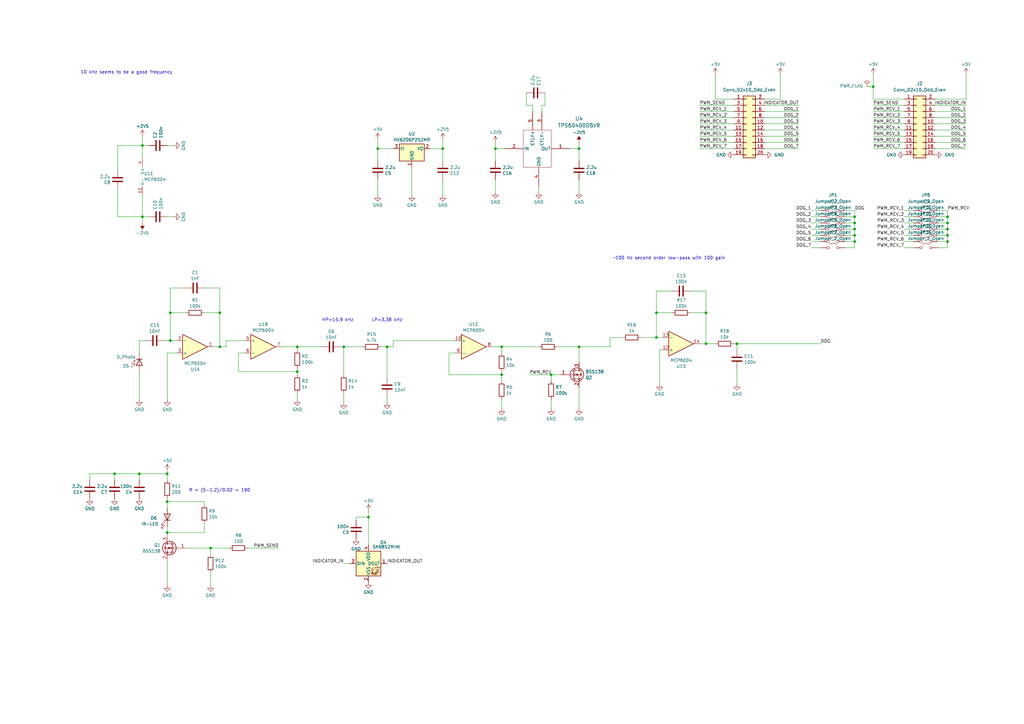
<source format=kicad_sch>
(kicad_sch (version 20231120) (generator "eeschema") (generator_version "8.0")
  (paper "A3")
  (title_block (date "2024-01-23") (rev "A1"))
  (lib_symbols
    (symbol "Amplifier_Operational:MCP6004" (pin_names (offset 0.127))
      (property "Reference" "U" (at 0 5.08 0))
      (property "Value" "MCP6004" (at 0 -5.08 0))
      (symbol "MCP6004_1_1"
        (pin output line (at 7.62 0 180) (length 2.54) (name "~") (number "1"))
        (pin input line (at -7.62 -2.54 0) (length 2.54) (name "-") (number "2"))
        (pin input line (at -7.62 2.54 0) (length 2.54) (name "+") (number "3"))
      )
      (symbol "MCP6004_2_1"
        (pin input line (at -7.62 2.54 0) (length 2.54) (name "+") (number "5"))
        (pin input line (at -7.62 -2.54 0) (length 2.54) (name "-") (number "6"))
        (pin output line (at 7.62 0 180) (length 2.54) (name "~") (number "7"))
      )
      (symbol "MCP6004_3_1"
        (pin input line (at -7.62 2.54 0) (length 2.54) (name "+") (number "10"))
        (pin output line (at 7.62 0 180) (length 2.54) (name "~") (number "8"))
        (pin input line (at -7.62 -2.54 0) (length 2.54) (name "-") (number "9"))
      )
      (symbol "MCP6004_4_1"
        (pin input line (at -7.62 2.54 0) (length 2.54) (name "+") (number "12"))
        (pin input line (at -7.62 -2.54 0) (length 2.54) (name "-") (number "13"))
        (pin output line (at 7.62 0 180) (length 2.54) (name "~") (number "14"))
      )
      (symbol "MCP6004_5_1"
        (pin power_in line (at -2.54 -7.62 90) (length 3.81) (name "V-") (number "11"))
        (pin power_in line (at -2.54 7.62 270) (length 3.81) (name "V+") (number "4"))
      )
    )
    (symbol "Connector_Generic:Conn_02x10_Odd_Even" (pin_names (offset 1.016) hide)
      (property "Reference" "J" (at 1.27 12.7 0))
      (property "Value" "Conn_02x10_Odd_Even" (at 1.27 -15.24 0))
      (symbol "Conn_02x10_Odd_Even_1_1"
        (pin passive line (at -5.08 10.16 0) (length 3.81) (name "Pin_1") (number "1"))
        (pin passive line (at 7.62 0 180) (length 3.81) (name "Pin_10") (number "10"))
        (pin passive line (at -5.08 -2.54 0) (length 3.81) (name "Pin_11") (number "11"))
        (pin passive line (at 7.62 -2.54 180) (length 3.81) (name "Pin_12") (number "12"))
        (pin passive line (at -5.08 -5.08 0) (length 3.81) (name "Pin_13") (number "13"))
        (pin passive line (at 7.62 -5.08 180) (length 3.81) (name "Pin_14") (number "14"))
        (pin passive line (at -5.08 -7.62 0) (length 3.81) (name "Pin_15") (number "15"))
        (pin passive line (at 7.62 -7.62 180) (length 3.81) (name "Pin_16") (number "16"))
        (pin passive line (at -5.08 -10.16 0) (length 3.81) (name "Pin_17") (number "17"))
        (pin passive line (at 7.62 -10.16 180) (length 3.81) (name "Pin_18") (number "18"))
        (pin passive line (at -5.08 -12.7 0) (length 3.81) (name "Pin_19") (number "19"))
        (pin passive line (at 7.62 10.16 180) (length 3.81) (name "Pin_2") (number "2"))
        (pin passive line (at 7.62 -12.7 180) (length 3.81) (name "Pin_20") (number "20"))
        (pin passive line (at -5.08 7.62 0) (length 3.81) (name "Pin_3") (number "3"))
        (pin passive line (at 7.62 7.62 180) (length 3.81) (name "Pin_4") (number "4"))
        (pin passive line (at -5.08 5.08 0) (length 3.81) (name "Pin_5") (number "5"))
        (pin passive line (at 7.62 5.08 180) (length 3.81) (name "Pin_6") (number "6"))
        (pin passive line (at -5.08 2.54 0) (length 3.81) (name "Pin_7") (number "7"))
        (pin passive line (at 7.62 2.54 180) (length 3.81) (name "Pin_8") (number "8"))
        (pin passive line (at -5.08 0 0) (length 3.81) (name "Pin_9") (number "9"))
      )
    )
    (symbol "Devent:TPS60400DBVR" (pin_names (offset 0.254))
      (property "Reference" "U" (at 13.97 8.89 0))
      (property "Value" "TPS60400DBVR" (at 13.97 6.35 0))
      (symbol "TPS60400DBVR_1_1"
        (pin power_out line (at 26.67 -2.54 180) (length 7.62) (name "OUT") (number "1"))
        (pin power_in line (at 0 -2.54 0) (length 7.62) (name "IN") (number "2"))
        (pin passive line (at 15.24 12.7 270) (length 7.62) (name "CFLY-") (number "3"))
        (pin power_in line (at 13.97 -17.78 90) (length 7.62) (name "GND") (number "4"))
        (pin passive line (at 11.43 12.7 270) (length 7.62) (name "CFLY+") (number "5"))
      )
    )
    (symbol "Device:C" (pin_numbers hide) (pin_names (offset 0.254))
      (property "Reference" "C" (at 0.635 2.54 0))
      (property "Value" "C" (at 0.635 -2.54 0))
      (symbol "C_1_1"
        (pin passive line (at 0 3.81 270) (length 2.794) (name "~") (number "1"))
        (pin passive line (at 0 -3.81 90) (length 2.794) (name "~") (number "2"))
      )
    )
    (symbol "Device:D_Photo" (pin_numbers hide) (pin_names hide)
      (property "Reference" "D" (at 0.508 1.778 0))
      (property "Value" "D_Photo" (at -1.016 -2.794 0))
      (symbol "D_Photo_1_1"
        (pin passive line (at -5.08 0 0) (length 2.54) (name "K") (number "1"))
        (pin passive line (at 2.54 0 180) (length 2.54) (name "A") (number "2"))
      )
    )
    (symbol "Device:LED" (pin_numbers hide) (pin_names (offset 1.016) hide)
      (property "Reference" "D" (at 0 2.54 0))
      (property "Value" "LED" (at 0 -2.54 0))
      (symbol "LED_1_1"
        (pin passive line (at -3.81 0 0) (length 2.54) (name "K") (number "1"))
        (pin passive line (at 3.81 0 180) (length 2.54) (name "A") (number "2"))
      )
    )
    (symbol "Device:R" (pin_numbers hide) (pin_names (offset 0))
      (property "Reference" "R" (at 2.032 0 90))
      (property "Value" "R" (at 0 0 90))
      (symbol "R_1_1"
        (pin passive line (at 0 3.81 270) (length 1.27) (name "~") (number "1"))
        (pin passive line (at 0 -3.81 90) (length 1.27) (name "~") (number "2"))
      )
    )
    (symbol "Jumper:Jumper_2_Open" (pin_numbers hide) (pin_names (offset 0) hide) (exclude_from_sim yes)
      (property "Reference" "JP" (at 0 2.794 0))
      (property "Value" "Jumper_2_Open" (at 0 -2.286 0))
      (symbol "Jumper_2_Open_1_1"
        (pin passive line (at -5.08 0 0) (length 2.54) (name "A") (number "1"))
        (pin passive line (at 5.08 0 180) (length 2.54) (name "B") (number "2"))
      )
    )
    (symbol "LED:SK6812MINI" (pin_names (offset 0.254))
      (property "Reference" "D" (at 5.08 5.715 0))
      (property "Value" "SK6812MINI" (at 1.27 -5.715 0))
      (symbol "SK6812MINI_0_0"
        (text "RGB" (at 2.286 -4.191 0) (effects (font (size 0.762 0.762))))
      )
      (symbol "SK6812MINI_1_1"
        (pin output line (at 7.62 0 180) (length 2.54) (name "DOUT") (number "1"))
        (pin power_in line (at 0 -7.62 90) (length 2.54) (name "VSS") (number "2"))
        (pin input line (at -7.62 0 0) (length 2.54) (name "DIN") (number "3"))
        (pin power_in line (at 0 7.62 270) (length 2.54) (name "VDD") (number "4"))
      )
    )
    (symbol "Regulator_Linear:XC6206PxxxMR" (pin_names (offset 0.254))
      (property "Reference" "U" (at -3.81 3.175 0))
      (property "Value" "XC6206PxxxMR" (at 0 3.175 0))
      (symbol "XC6206PxxxMR_1_1"
        (pin power_in line (at 0 -7.62 90) (length 2.54) (name "GND") (number "1"))
        (pin power_out line (at 7.62 0 180) (length 2.54) (name "VO") (number "2"))
        (pin power_in line (at -7.62 0 0) (length 2.54) (name "VI") (number "3"))
      )
    )
    (symbol "Transistor_FET:BSS138" (pin_names hide)
      (property "Reference" "Q" (at 5.08 1.905 0))
      (property "Value" "BSS138" (at 5.08 0 0))
      (symbol "BSS138_1_1"
        (pin input line (at -5.08 0 0) (length 2.54) (name "G") (number "1"))
        (pin passive line (at 2.54 -5.08 90) (length 2.54) (name "S") (number "2"))
        (pin passive line (at 2.54 5.08 270) (length 2.54) (name "D") (number "3"))
      )
    )
    (symbol "power:+2V5" (power) (pin_names (offset 0))
      (property "Value" "+2V5" (at 0 3.556 0))
      (symbol "+2V5_1_1"
        (pin power_in line (at 0 0 90) (length 0) hide (name "+2V5") (number "1"))
      )
    )
    (symbol "power:+5V" (power) (pin_names (offset 0))
      (property "Value" "+5V" (at 0 3.556 0))
      (symbol "+5V_1_1"
        (pin power_in line (at 0 0 90) (length 0) hide (name "+5V") (number "1"))
      )
    )
    (symbol "power:-2V5" (power) (pin_names (offset 0))
      (property "Value" "-2V5" (at 0 3.81 0))
      (symbol "-2V5_0_0"
        (pin power_in line (at 0 0 90) (length 0) hide (name "-2V5") (number "1"))
      )
    )
    (symbol "power:GND" (power) (pin_names (offset 0))
      (property "Value" "GND" (at 0 -3.81 0))
      (symbol "GND_1_1"
        (pin power_in line (at 0 0 270) (length 0) hide (name "GND") (number "1"))
      )
    )
    (symbol "power:PWR_FLAG" (power) (pin_numbers hide) (pin_names (offset 0) hide)
      (property "Value" "PWR_FLAG" (at 0 3.81 0))
      (symbol "PWR_FLAG_0_0"
        (pin power_out line (at 0 0 90) (length 0) (name "pwr") (number "1"))
      )
    )
  )
  (junction (at 90.17 128.27))
  (junction (at 226.06 153.67))
  (junction (at 203.2 60.96))
  (junction (at 46.99 194.31))
  (junction (at 58.42 88.9))
  (junction (at 69.85 139.7))
  (junction (at 57.15 194.31))
  (junction (at 58.42 59.69))
  (junction (at 237.49 142.24))
  (junction (at 388.62 96.52))
  (junction (at 350.52 99.06))
  (junction (at 205.74 153.67))
  (junction (at 350.52 96.52))
  (junction (at 388.62 93.98))
  (junction (at 154.94 60.96))
  (junction (at 90.17 142.24))
  (junction (at 121.92 152.4))
  (junction (at 388.62 91.44))
  (junction (at 68.58 218.44))
  (junction (at 289.56 128.27))
  (junction (at 350.52 88.9))
  (junction (at 388.62 99.06))
  (junction (at 350.52 93.98))
  (junction (at 69.85 128.27))
  (junction (at 140.97 142.24))
  (junction (at 205.74 142.24))
  (junction (at 388.62 88.9))
  (junction (at 358.14 35.56))
  (junction (at 350.52 91.44))
  (junction (at 181.61 60.96))
  (junction (at 269.24 138.43))
  (junction (at 237.49 60.96))
  (junction (at 302.26 140.97))
  (junction (at 68.58 205.74))
  (junction (at 158.75 142.24))
  (junction (at 121.92 142.24))
  (junction (at 151.13 212.09))
  (junction (at 269.24 128.27))
  (junction (at 68.58 194.31))
  (junction (at 289.56 140.97))
  (junction (at 86.36 224.79))
  (wire (pts (xy 383.54 53.34) (xy 396.24 53.34)))
  (wire (pts (xy 176.53 60.96) (xy 181.61 60.96)))
  (wire (pts (xy 384.81 101.6) (xy 388.62 101.6)))
  (wire (pts (xy 287.02 45.72) (xy 300.99 45.72)))
  (wire (pts (xy 388.62 91.44) (xy 388.62 88.9)))
  (wire (pts (xy 161.29 60.96) (xy 154.94 60.96)))
  (wire (pts (xy 68.58 208.28) (xy 68.58 205.74)))
  (wire (pts (xy 92.71 139.7) (xy 100.33 139.7)))
  (wire (pts (xy 181.61 60.96) (xy 181.61 66.04)))
  (wire (pts (xy 237.49 60.96) (xy 237.49 66.04)))
  (wire (pts (xy 332.74 99.06) (xy 336.55 99.06)))
  (wire (pts (xy 237.49 158.75) (xy 237.49 167.64)))
  (wire (pts (xy 58.42 55.88) (xy 58.42 59.69)))
  (wire (pts (xy 68.58 59.69) (xy 71.12 59.69)))
  (wire (pts (xy 90.17 128.27) (xy 90.17 142.24)))
  (wire (pts (xy 83.82 128.27) (xy 90.17 128.27)))
  (wire (pts (xy 57.15 139.7) (xy 57.15 144.78)))
  (wire (pts (xy 215.9 38.1) (xy 215.9 43.18)))
  (wire (pts (xy 158.75 162.56) (xy 158.75 165.1)))
  (wire (pts (xy 332.74 91.44) (xy 336.55 91.44)))
  (wire (pts (xy 287.02 53.34) (xy 300.99 53.34)))
  (wire (pts (xy 313.69 40.64) (xy 320.04 40.64)))
  (wire (pts (xy 205.74 153.67) (xy 205.74 156.21)))
  (wire (pts (xy 205.74 142.24) (xy 220.98 142.24)))
  (wire (pts (xy 186.69 144.78) (xy 184.15 144.78)))
  (wire (pts (xy 332.74 93.98) (xy 336.55 93.98)))
  (wire (pts (xy 289.56 119.38) (xy 289.56 128.27)))
  (wire (pts (xy 97.79 152.4) (xy 121.92 152.4)))
  (wire (pts (xy 69.85 139.7) (xy 69.85 128.27)))
  (wire (pts (xy 121.92 151.13) (xy 121.92 152.4)))
  (wire (pts (xy 250.19 142.24) (xy 250.19 138.43)))
  (wire (pts (xy 358.14 53.34) (xy 370.84 53.34)))
  (wire (pts (xy 313.69 48.26) (xy 327.66 48.26)))
  (wire (pts (xy 158.75 142.24) (xy 158.75 154.94)))
  (wire (pts (xy 146.05 212.09) (xy 151.13 212.09)))
  (wire (pts (xy 161.29 139.7) (xy 161.29 142.24)))
  (wire (pts (xy 358.14 55.88) (xy 370.84 55.88)))
  (wire (pts (xy 86.36 224.79) (xy 86.36 227.33)))
  (wire (pts (xy 90.17 142.24) (xy 87.63 142.24)))
  (wire (pts (xy 68.58 218.44) (xy 68.58 219.71)))
  (wire (pts (xy 58.42 59.69) (xy 60.96 59.69)))
  (wire (pts (xy 203.2 60.96) (xy 203.2 66.04)))
  (wire (pts (xy 68.58 205.74) (xy 83.82 205.74)))
  (wire (pts (xy 218.44 43.18) (xy 215.9 43.18)))
  (wire (pts (xy 346.71 93.98) (xy 350.52 93.98)))
  (wire (pts (xy 358.14 45.72) (xy 370.84 45.72)))
  (wire (pts (xy 396.24 40.64) (xy 396.24 30.48)))
  (wire (pts (xy 223.52 38.1) (xy 223.52 43.18)))
  (wire (pts (xy 181.61 80.01) (xy 181.61 73.66)))
  (wire (pts (xy 218.44 45.72) (xy 218.44 43.18)))
  (wire (pts (xy 226.06 163.83) (xy 226.06 167.64)))
  (wire (pts (xy 269.24 138.43) (xy 271.78 138.43)))
  (wire (pts (xy 233.68 60.96) (xy 237.49 60.96)))
  (wire (pts (xy 69.85 128.27) (xy 76.2 128.27)))
  (wire (pts (xy 237.49 142.24) (xy 237.49 148.59)))
  (wire (pts (xy 148.59 142.24) (xy 140.97 142.24)))
  (wire (pts (xy 384.81 91.44) (xy 388.62 91.44)))
  (wire (pts (xy 201.93 142.24) (xy 205.74 142.24)))
  (wire (pts (xy 207.01 60.96) (xy 203.2 60.96)))
  (wire (pts (xy 289.56 128.27) (xy 289.56 140.97)))
  (wire (pts (xy 226.06 153.67) (xy 229.87 153.67)))
  (wire (pts (xy 388.62 99.06) (xy 388.62 96.52)))
  (wire (pts (xy 68.58 229.87) (xy 68.58 240.03)))
  (wire (pts (xy 383.54 40.64) (xy 396.24 40.64)))
  (wire (pts (xy 346.71 101.6) (xy 350.52 101.6)))
  (wire (pts (xy 57.15 139.7) (xy 59.69 139.7)))
  (wire (pts (xy 151.13 209.55) (xy 151.13 212.09)))
  (wire (pts (xy 76.2 224.79) (xy 86.36 224.79)))
  (wire (pts (xy 57.15 152.4) (xy 57.15 163.83)))
  (wire (pts (xy 222.25 43.18) (xy 223.52 43.18)))
  (wire (pts (xy 121.92 163.83) (xy 121.92 161.29)))
  (wire (pts (xy 388.62 96.52) (xy 388.62 93.98)))
  (wire (pts (xy 154.94 60.96) (xy 154.94 57.15)))
  (wire (pts (xy 287.02 60.96) (xy 300.99 60.96)))
  (wire (pts (xy 313.69 60.96) (xy 327.66 60.96)))
  (wire (pts (xy 237.49 60.96) (xy 237.49 58.42)))
  (wire (pts (xy 90.17 118.11) (xy 90.17 128.27)))
  (wire (pts (xy 228.6 142.24) (xy 237.49 142.24)))
  (wire (pts (xy 289.56 140.97) (xy 287.02 140.97)))
  (wire (pts (xy 370.84 43.18) (xy 358.14 43.18)))
  (wire (pts (xy 68.58 88.9) (xy 71.12 88.9)))
  (wire (pts (xy 346.71 96.52) (xy 350.52 96.52)))
  (wire (pts (xy 83.82 207.01) (xy 83.82 205.74)))
  (wire (pts (xy 90.17 142.24) (xy 92.71 142.24)))
  (wire (pts (xy 269.24 128.27) (xy 269.24 138.43)))
  (wire (pts (xy 358.14 35.56) (xy 358.14 40.64)))
  (wire (pts (xy 383.54 43.18) (xy 396.24 43.18)))
  (wire (pts (xy 57.15 194.31) (xy 46.99 194.31)))
  (wire (pts (xy 121.92 142.24) (xy 132.08 142.24)))
  (wire (pts (xy 121.92 142.24) (xy 121.92 143.51)))
  (wire (pts (xy 269.24 128.27) (xy 275.59 128.27)))
  (wire (pts (xy 350.52 86.36) (xy 346.71 86.36)))
  (wire (pts (xy 46.99 194.31) (xy 46.99 196.85)))
  (wire (pts (xy 350.52 88.9) (xy 350.52 86.36)))
  (wire (pts (xy 313.69 55.88) (xy 327.66 55.88)))
  (wire (pts (xy 262.89 138.43) (xy 269.24 138.43)))
  (wire (pts (xy 287.02 58.42) (xy 300.99 58.42)))
  (wire (pts (xy 293.37 40.64) (xy 300.99 40.64)))
  (wire (pts (xy 48.26 59.69) (xy 48.26 69.85)))
  (wire (pts (xy 58.42 59.69) (xy 58.42 64.77)))
  (wire (pts (xy 48.26 77.47) (xy 48.26 88.9)))
  (wire (pts (xy 97.79 144.78) (xy 97.79 152.4)))
  (wire (pts (xy 271.78 143.51) (xy 270.51 143.51)))
  (wire (pts (xy 86.36 234.95) (xy 86.36 240.03)))
  (wire (pts (xy 383.54 60.96) (xy 396.24 60.96)))
  (wire (pts (xy 154.94 60.96) (xy 154.94 66.04)))
  (wire (pts (xy 151.13 212.09) (xy 151.13 223.52)))
  (wire (pts (xy 287.02 43.18) (xy 300.99 43.18)))
  (wire (pts (xy 370.84 93.98) (xy 374.65 93.98)))
  (wire (pts (xy 161.29 139.7) (xy 186.69 139.7)))
  (wire (pts (xy 205.74 142.24) (xy 205.74 144.78)))
  (wire (pts (xy 220.98 78.74) (xy 220.98 76.2)))
  (wire (pts (xy 270.51 143.51) (xy 270.51 157.48)))
  (wire (pts (xy 48.26 88.9) (xy 58.42 88.9)))
  (wire (pts (xy 346.71 91.44) (xy 350.52 91.44)))
  (wire (pts (xy 140.97 161.29) (xy 140.97 165.1)))
  (wire (pts (xy 350.52 93.98) (xy 350.52 91.44)))
  (wire (pts (xy 283.21 128.27) (xy 289.56 128.27)))
  (wire (pts (xy 205.74 163.83) (xy 205.74 167.64)))
  (wire (pts (xy 370.84 40.64) (xy 358.14 40.64)))
  (wire (pts (xy 146.05 213.36) (xy 146.05 212.09)))
  (wire (pts (xy 350.52 91.44) (xy 350.52 88.9)))
  (wire (pts (xy 269.24 119.38) (xy 269.24 128.27)))
  (wire (pts (xy 158.75 142.24) (xy 161.29 142.24)))
  (wire (pts (xy 237.49 73.66) (xy 237.49 78.74)))
  (wire (pts (xy 58.42 91.44) (xy 58.42 88.9)))
  (wire (pts (xy 68.58 194.31) (xy 68.58 196.85)))
  (wire (pts (xy 302.26 140.97) (xy 336.55 140.97)))
  (wire (pts (xy 388.62 101.6) (xy 388.62 99.06)))
  (wire (pts (xy 358.14 50.8) (xy 370.84 50.8)))
  (wire (pts (xy 320.04 30.48) (xy 320.04 40.64)))
  (wire (pts (xy 313.69 58.42) (xy 327.66 58.42)))
  (wire (pts (xy 139.7 142.24) (xy 140.97 142.24)))
  (wire (pts (xy 287.02 55.88) (xy 300.99 55.88)))
  (wire (pts (xy 101.6 224.79) (xy 114.3 224.79)))
  (wire (pts (xy 332.74 86.36) (xy 336.55 86.36)))
  (wire (pts (xy 384.81 88.9) (xy 388.62 88.9)))
  (wire (pts (xy 205.74 152.4) (xy 205.74 153.67)))
  (wire (pts (xy 332.74 101.6) (xy 336.55 101.6)))
  (wire (pts (xy 332.74 88.9) (xy 336.55 88.9)))
  (wire (pts (xy 313.69 50.8) (xy 327.66 50.8)))
  (wire (pts (xy 313.69 53.34) (xy 327.66 53.34)))
  (wire (pts (xy 226.06 153.67) (xy 226.06 156.21)))
  (wire (pts (xy 57.15 196.85) (xy 57.15 194.31)))
  (wire (pts (xy 358.14 60.96) (xy 370.84 60.96)))
  (wire (pts (xy 383.54 55.88) (xy 396.24 55.88)))
  (wire (pts (xy 388.62 86.36) (xy 384.81 86.36)))
  (wire (pts (xy 181.61 57.15) (xy 181.61 60.96)))
  (wire (pts (xy 383.54 48.26) (xy 396.24 48.26)))
  (wire (pts (xy 383.54 45.72) (xy 396.24 45.72)))
  (wire (pts (xy 350.52 96.52) (xy 350.52 93.98)))
  (wire (pts (xy 68.58 218.44) (xy 83.82 218.44)))
  (wire (pts (xy 370.84 88.9) (xy 374.65 88.9)))
  (wire (pts (xy 83.82 214.63) (xy 83.82 218.44)))
  (wire (pts (xy 68.58 144.78) (xy 68.58 163.83)))
  (wire (pts (xy 168.91 80.01) (xy 168.91 68.58)))
  (wire (pts (xy 72.39 144.78) (xy 68.58 144.78)))
  (wire (pts (xy 313.69 43.18) (xy 327.66 43.18)))
  (wire (pts (xy 384.81 96.52) (xy 388.62 96.52)))
  (wire (pts (xy 388.62 88.9) (xy 388.62 86.36)))
  (wire (pts (xy 140.97 142.24) (xy 140.97 153.67)))
  (wire (pts (xy 350.52 99.06) (xy 350.52 96.52)))
  (wire (pts (xy 350.52 101.6) (xy 350.52 99.06)))
  (wire (pts (xy 370.84 96.52) (xy 374.65 96.52)))
  (wire (pts (xy 269.24 119.38) (xy 275.59 119.38)))
  (wire (pts (xy 222.25 45.72) (xy 222.25 43.18)))
  (wire (pts (xy 250.19 138.43) (xy 255.27 138.43)))
  (wire (pts (xy 69.85 118.11) (xy 76.2 118.11)))
  (wire (pts (xy 156.21 142.24) (xy 158.75 142.24)))
  (wire (pts (xy 57.15 194.31) (xy 68.58 194.31)))
  (wire (pts (xy 302.26 140.97) (xy 302.26 143.51)))
  (wire (pts (xy 203.2 60.96) (xy 203.2 58.42)))
  (wire (pts (xy 332.74 96.52) (xy 336.55 96.52)))
  (wire (pts (xy 355.6 35.56) (xy 358.14 35.56)))
  (wire (pts (xy 154.94 80.01) (xy 154.94 73.66)))
  (wire (pts (xy 346.71 88.9) (xy 350.52 88.9)))
  (wire (pts (xy 289.56 140.97) (xy 293.37 140.97)))
  (wire (pts (xy 370.84 91.44) (xy 374.65 91.44)))
  (wire (pts (xy 60.96 88.9) (xy 58.42 88.9)))
  (wire (pts (xy 383.54 58.42) (xy 396.24 58.42)))
  (wire (pts (xy 293.37 30.48) (xy 293.37 40.64)))
  (wire (pts (xy 184.15 144.78) (xy 184.15 153.67)))
  (wire (pts (xy 388.62 93.98) (xy 388.62 91.44)))
  (wire (pts (xy 69.85 139.7) (xy 72.39 139.7)))
  (wire (pts (xy 384.81 93.98) (xy 388.62 93.98)))
  (wire (pts (xy 68.58 205.74) (xy 68.58 204.47)))
  (wire (pts (xy 100.33 144.78) (xy 97.79 144.78)))
  (wire (pts (xy 358.14 30.48) (xy 358.14 35.56)))
  (wire (pts (xy 300.99 140.97) (xy 302.26 140.97)))
  (wire (pts (xy 86.36 224.79) (xy 93.98 224.79)))
  (wire (pts (xy 67.31 139.7) (xy 69.85 139.7)))
  (wire (pts (xy 358.14 58.42) (xy 370.84 58.42)))
  (wire (pts (xy 346.71 99.06) (xy 350.52 99.06)))
  (wire (pts (xy 58.42 88.9) (xy 58.42 80.01)))
  (wire (pts (xy 69.85 128.27) (xy 69.85 118.11)))
  (wire (pts (xy 287.02 50.8) (xy 300.99 50.8)))
  (wire (pts (xy 358.14 48.26) (xy 370.84 48.26)))
  (wire (pts (xy 92.71 139.7) (xy 92.71 142.24)))
  (wire (pts (xy 370.84 101.6) (xy 374.65 101.6)))
  (wire (pts (xy 68.58 215.9) (xy 68.58 218.44)))
  (wire (pts (xy 370.84 86.36) (xy 374.65 86.36)))
  (wire (pts (xy 250.19 142.24) (xy 237.49 142.24)))
  (wire (pts (xy 36.83 194.31) (xy 36.83 196.85)))
  (wire (pts (xy 184.15 153.67) (xy 205.74 153.67)))
  (wire (pts (xy 58.42 59.69) (xy 48.26 59.69)))
  (wire (pts (xy 121.92 152.4) (xy 121.92 153.67)))
  (wire (pts (xy 313.69 45.72) (xy 327.66 45.72)))
  (wire (pts (xy 283.21 119.38) (xy 289.56 119.38)))
  (wire (pts (xy 68.58 193.04) (xy 68.58 194.31)))
  (wire (pts (xy 217.17 153.67) (xy 226.06 153.67)))
  (wire (pts (xy 302.26 151.13) (xy 302.26 157.48)))
  (wire (pts (xy 383.54 50.8) (xy 396.24 50.8)))
  (wire (pts (xy 384.81 99.06) (xy 388.62 99.06)))
  (wire (pts (xy 36.83 194.31) (xy 46.99 194.31)))
  (wire (pts (xy 115.57 142.24) (xy 121.92 142.24)))
  (wire (pts (xy 83.82 118.11) (xy 90.17 118.11)))
  (wire (pts (xy 287.02 48.26) (xy 300.99 48.26)))
  (wire (pts (xy 370.84 99.06) (xy 374.65 99.06)))
  (wire (pts (xy 140.97 231.14) (xy 143.51 231.14)))
  (wire (pts (xy 203.2 78.74) (xy 203.2 73.66)))
  (text "R = (5-1.2)/0.02 = 190" (at 77.47 201.93 0) (effects (font (size 1.27 1.27)) (justify left bottom)))
  (text "LP=3.38 kHz\n" (at 152.4 132.08 0) (effects (font (size 1.27 1.27)) (justify left bottom)))
  (text "10 kHz seems to be a good frequency \n" (at 33.02 30.48 0) (effects (font (size 1.27 1.27)) (justify left bottom)))
  (text "HP=15.9 kHz\n" (at 132.08 132.08 0) (effects (font (size 1.27 1.27)) (justify left bottom)))
  (text "~100 Hz second order low-pass with 100 gain" (at 251.46 106.68 0) (effects (font (size 1.27 1.27)) (justify left bottom)))
  (label "DOG_6" (at 396.24 58.42 180))
  (label "DOG_6" (at 332.74 99.06 180))
  (label "PWM_RCV" (at 217.17 153.67 0))
  (label "PWM_RCV_6" (at 370.84 99.06 180))
  (label "DOG_1" (at 396.24 45.72 180))
  (label "PWM_RCV_2" (at 358.14 48.26 0))
  (label "DOG_3" (at 332.74 91.44 180))
  (label "PWM_RCV_5" (at 287.02 55.88 0))
  (label "PWM_RCV_6" (at 287.02 58.42 0))
  (label "PWM_RCV_5" (at 358.14 55.88 0))
  (label "PWM_RCV_2" (at 370.84 88.9 180))
  (label "DOG_5" (at 332.74 96.52 180))
  (label "DOG_6" (at 327.66 58.42 180))
  (label "PWM_RCV_7" (at 370.84 101.6 180))
  (label "PWM_RCV_2" (at 287.02 48.26 0))
  (label "PWM_RCV_3" (at 287.02 50.8 0))
  (label "DOG" (at 350.52 86.36 0))
  (label "DOG_7" (at 327.66 60.96 180))
  (label "PWM_SEND" (at 114.3 224.79 180))
  (label "DOG_3" (at 327.66 50.8 180))
  (label "DOG_3" (at 396.24 50.8 180))
  (label "DOG_7" (at 332.74 101.6 180))
  (label "INDICATOR_IN" (at 140.97 231.14 180))
  (label "DOG_2" (at 396.24 48.26 180))
  (label "PWM_SEND" (at 287.02 43.18 0))
  (label "PWM_RCV_7" (at 358.14 60.96 0))
  (label "PWM_RCV" (at 388.62 86.36 0))
  (label "PWM_RCV_4" (at 287.02 53.34 0))
  (label "PWM_RCV_3" (at 358.14 50.8 0))
  (label "DOG_2" (at 327.66 48.26 180))
  (label "DOG_5" (at 327.66 55.88 180))
  (label "PWM_RCV_4" (at 370.84 93.98 180))
  (label "DOG" (at 336.55 140.97 0))
  (label "DOG_1" (at 327.66 45.72 180))
  (label "INDICATOR_OUT" (at 327.66 43.18 180))
  (label "PWM_RCV_4" (at 358.14 53.34 0))
  (label "PWM_RCV_7" (at 287.02 60.96 0))
  (label "DOG_5" (at 396.24 55.88 180))
  (label "PWM_SEND" (at 358.14 43.18 0))
  (label "PWM_RCV_1" (at 358.14 45.72 0))
  (label "DOG_2" (at 332.74 88.9 180))
  (label "PWM_RCV_3" (at 370.84 91.44 180))
  (label "INDICATOR_IN" (at 396.24 43.18 180))
  (label "DOG_1" (at 332.74 86.36 180))
  (label "DOG_4" (at 327.66 53.34 180))
  (label "DOG_7" (at 396.24 60.96 180))
  (label "PWM_RCV_6" (at 358.14 58.42 0))
  (label "PWM_RCV_1" (at 287.02 45.72 0))
  (label "PWM_RCV_5" (at 370.84 96.52 180))
  (label "DOG_4" (at 396.24 53.34 180))
  (label "PWM_RCV_1" (at 370.84 86.36 180))
  (label "INDICATOR_OUT" (at 158.75 231.14 0))
  (label "DOG_4" (at 332.74 93.98 180))
  (symbol (lib_id "Device:R") (at 68.58 200.66 180) (unit 1)
    (property "Reference" "R11" (at 70.358 199.4479 0) (effects (justify right)))
    (property "Value" "200" (at 70.358 201.8721 0) (effects (justify right)))
    (property "Footprint" "Resistor_SMD:R_0402_1005Metric" (effects (hide yes)))
    (property "MPN" "RC0402FR-07200RL" (effects (hide yes)))
    (property "SPN" "C114764" (effects (hide yes)))
  )
  (symbol (lib_id "Jumper:Jumper_2_Open") (at 341.63 101.6 0) (unit 1) (exclude_from_sim yes)
    (property "Reference" "JP7" (at 341.63 95.25 0))
    (property "Value" "Jumper_2_Open" (at 341.63 97.79 0))
    (property "Footprint" "Jumper:SolderJumper-2_P1.3mm_Open_Pad1.0x1.5mm" (effects (hide yes)))
    (property "Description" "Jumper, 2-pole, open" (effects (hide yes)))
  )
  (symbol (lib_id "power:GND") (at 121.92 163.83 0) (mirror y) (unit 1)
    (property "Reference" "#PWR03" (effects (hide yes)))
    (property "Value" "GND" (at 121.92 167.9631 0))
  )
  (symbol (lib_id "power:GND") (at 270.51 157.48 0) (unit 1)
    (property "Reference" "#PWR025" (effects (hide yes)))
    (property "Value" "GND" (at 270.51 161.6131 0))
  )
  (symbol (lib_id "power:PWR_FLAG") (at 355.6 35.56 0) (unit 1)
    (property "Reference" "#FLG02" (effects (hide yes)))
    (property "Value" "PWR_FLAG" (at 349.25 35.2369 0))
  )
  (symbol (lib_id "power:GND") (at 154.94 80.01 0) (mirror y) (unit 1)
    (property "Reference" "#PWR030" (effects (hide yes)))
    (property "Value" "GND" (at 154.94 84.1431 0))
  )
  (symbol (lib_id "Jumper:Jumper_2_Open") (at 379.73 91.44 0) (unit 1) (exclude_from_sim yes)
    (property "Reference" "JP10" (at 379.73 85.09 0))
    (property "Value" "Jumper_2_Open" (at 379.73 87.63 0))
    (property "Footprint" "Jumper:SolderJumper-2_P1.3mm_Open_Pad1.0x1.5mm" (effects (hide yes)))
    (property "Description" "Jumper, 2-pole, open" (effects (hide yes)))
  )
  (symbol (lib_id "Amplifier_Operational:MCP6004") (at 60.96 72.39 0) (unit 5)
    (property "Reference" "U1" (at 59.055 71.1779 0) (effects (justify left)))
    (property "Value" "MCP6004" (at 59.055 73.6021 0) (effects (justify left)))
    (property "Footprint" "Package_SO:SOIC-14_3.9x8.7mm_P1.27mm" (effects (hide yes)))
    (property "Datasheet" "http://ww1.microchip.com/downloads/en/DeviceDoc/21733j.pdf" (effects (hide yes)))
    (property "MPN" "MCP6004T-I/SL" (effects (hide yes)))
    (property "SPN" "C7378" (effects (hide yes)))
  )
  (symbol (lib_id "Device:LED") (at 68.58 212.09 270) (mirror x) (unit 1)
    (property "Reference" "D6" (at 61.722 212.4654 90) (effects (justify left)))
    (property "Value" "IR-LED" (at 57.912 214.8896 90) (effects (justify left)))
    (property "Footprint" "LED_THT:LED_D5.0mm" (effects (hide yes)))
    (property "MPN" "VSLY5940" (effects (hide yes)))
  )
  (symbol (lib_id "power:+2V5") (at 58.42 55.88 0) (unit 1)
    (property "Reference" "#PWR05" (effects (hide yes)))
    (property "Value" "+2V5" (at 58.42 51.7469 0))
  )
  (symbol (lib_id "Transistor_FET:BSS138") (at 71.12 224.79 0) (mirror y) (unit 1)
    (property "Reference" "Q1" (at 65.9131 223.5779 0) (effects (justify left)))
    (property "Value" "BSS138" (at 65.9131 226.0021 0) (effects (justify left)))
    (property "Footprint" "Package_TO_SOT_SMD:SOT-23" (effects (hide yes)))
    (property "Datasheet" "https://www.onsemi.com/pub/Collateral/BSS138-D.PDF" (effects (hide yes)))
    (property "MPN" "4530-BSS138CT-ND" (effects (hide yes)))
    (property "SPN" "C112239" (effects (hide yes)))
  )
  (symbol (lib_id "Device:C") (at 46.99 200.66 0) (unit 1)
    (property "Reference" "C7" (at 44.069 201.8721 0) (effects (justify right)))
    (property "Value" "2.2u" (at 44.069 199.4479 0) (effects (justify right)))
    (property "Footprint" "Capacitor_SMD:C_0402_1005Metric" (effects (hide yes)))
    (property "MPN" "CL05A225MQ5NSNC" (effects (hide yes)))
    (property "SPN" "C12530" (effects (hide yes)))
  )
  (symbol (lib_id "power:+2V5") (at 181.61 57.15 0) (mirror y) (unit 1)
    (property "Reference" "#PWR032" (effects (hide yes)))
    (property "Value" "+2V5" (at 181.61 53.0169 0))
  )
  (symbol (lib_id "power:+2V5") (at 203.2 58.42 0) (mirror y) (unit 1)
    (property "Reference" "#PWR034" (effects (hide yes)))
    (property "Value" "+2V5" (at 203.2 54.2869 0))
  )
  (symbol (lib_id "power:GND") (at 383.54 63.5 90) (unit 1)
    (property "Reference" "#PWR044" (effects (hide yes)))
    (property "Value" "GND" (at 387.35 63.4999 90) (effects (justify right)))
  )
  (symbol (lib_id "Device:R") (at 121.92 157.48 180) (unit 1)
    (property "Reference" "R3" (at 123.698 156.2679 0) (effects (justify right)))
    (property "Value" "1k" (at 123.698 158.6921 0) (effects (justify right)))
    (property "Footprint" "Resistor_SMD:R_0402_1005Metric" (effects (hide yes)))
    (property "MPN" "RC0402FR-071KL" (effects (hide yes)))
    (property "SPN" "C2935237" (effects (hide yes)))
  )
  (symbol (lib_id "Jumper:Jumper_2_Open") (at 379.73 88.9 0) (unit 1) (exclude_from_sim yes)
    (property "Reference" "JP9" (at 379.73 82.55 0))
    (property "Value" "Jumper_2_Open" (at 379.73 85.09 0))
    (property "Footprint" "Jumper:SolderJumper-2_P1.3mm_Open_Pad1.0x1.5mm" (effects (hide yes)))
    (property "Description" "Jumper, 2-pole, open" (effects (hide yes)))
  )
  (symbol (lib_id "power:-2V5") (at 237.49 58.42 0) (mirror y) (unit 1)
    (property "Reference" "#PWR037" (effects (hide yes)))
    (property "Value" "-2V5" (at 237.49 54.2869 0))
  )
  (symbol (lib_id "power:+5V") (at 396.24 30.48 0) (unit 1)
    (property "Reference" "#PWR045" (effects (hide yes)))
    (property "Value" "+5V" (at 396.24 26.3469 0))
  )
  (symbol (lib_id "Device:C") (at 48.26 73.66 0) (unit 1)
    (property "Reference" "C8" (at 45.339 74.8721 0) (effects (justify right)))
    (property "Value" "2.2u" (at 45.339 72.4479 0) (effects (justify right)))
    (property "Footprint" "Capacitor_SMD:C_0402_1005Metric" (effects (hide yes)))
    (property "MPN" "CL05A225MQ5NSNC" (effects (hide yes)))
    (property "SPN" "C12530" (effects (hide yes)))
  )
  (symbol (lib_id "power:GND") (at 57.15 204.47 0) (unit 1)
    (property "Reference" "#PWR016" (effects (hide yes)))
    (property "Value" "GND" (at 57.15 208.6031 0))
  )
  (symbol (lib_id "power:GND") (at 151.13 238.76 0) (unit 1)
    (property "Reference" "#PWR024" (effects (hide yes)))
    (property "Value" "GND" (at 151.13 242.8931 0))
  )
  (symbol (lib_id "Jumper:Jumper_2_Open") (at 379.73 101.6 0) (unit 1) (exclude_from_sim yes)
    (property "Reference" "JP14" (at 379.73 95.25 0))
    (property "Value" "Jumper_2_Open" (at 379.73 97.79 0))
    (property "Footprint" "Jumper:SolderJumper-2_P1.3mm_Open_Pad1.0x1.5mm" (effects (hide yes)))
    (property "Description" "Jumper, 2-pole, open" (effects (hide yes)))
  )
  (symbol (lib_id "power:+5V") (at 293.37 30.48 0) (unit 1)
    (property "Reference" "#PWR046" (effects (hide yes)))
    (property "Value" "+5V" (at 293.37 26.3469 0))
  )
  (symbol (lib_id "Jumper:Jumper_2_Open") (at 379.73 96.52 0) (unit 1) (exclude_from_sim yes)
    (property "Reference" "JP12" (at 379.73 90.17 0))
    (property "Value" "Jumper_2_Open" (at 379.73 92.71 0))
    (property "Footprint" "Jumper:SolderJumper-2_P1.3mm_Open_Pad1.0x1.5mm" (effects (hide yes)))
    (property "Description" "Jumper, 2-pole, open" (effects (hide yes)))
  )
  (symbol (lib_id "power:+5V") (at 151.13 209.55 0) (unit 1)
    (property "Reference" "#PWR019" (effects (hide yes)))
    (property "Value" "+5V" (at 151.13 205.4169 0))
  )
  (symbol (lib_id "Device:C") (at 64.77 88.9 270) (unit 1)
    (property "Reference" "C10" (at 63.5579 85.979 0) (effects (justify right)))
    (property "Value" "100n" (at 65.9821 85.979 0) (effects (justify right)))
    (property "Footprint" "Capacitor_SMD:C_0402_1005Metric" (effects (hide yes)))
    (property "MPN" "CC0402KRX5R9BB104" (effects (hide yes)))
    (property "SPN" "C105882" (effects (hide yes)))
  )
  (symbol (lib_id "Device:C") (at 279.4 119.38 270) (unit 1)
    (property "Reference" "C13" (at 279.4 113.0767 90))
    (property "Value" "100n" (at 279.4 115.5009 90))
    (property "Footprint" "Capacitor_SMD:C_0402_1005Metric" (effects (hide yes)))
    (property "MPN" "CC0402KRX5R9BB104" (effects (hide yes)))
    (property "SPN" "C105882" (effects (hide yes)))
  )
  (symbol (lib_id "Device:C") (at 237.49 69.85 0) (mirror x) (unit 1)
    (property "Reference" "C18" (at 240.411 71.0621 0) (effects (justify left)))
    (property "Value" "2.2u" (at 240.411 68.6379 0) (effects (justify left)))
    (property "Footprint" "Capacitor_SMD:C_0402_1005Metric" (effects (hide yes)))
    (property "MPN" "CL05A225MQ5NSNC" (effects (hide yes)))
    (property "SPN" "C12530" (effects (hide yes)))
  )
  (symbol (lib_id "power:GND") (at 237.49 78.74 0) (mirror y) (unit 1)
    (property "Reference" "#PWR038" (effects (hide yes)))
    (property "Value" "GND" (at 237.49 82.8731 0))
  )
  (symbol (lib_id "Amplifier_Operational:MCP6004") (at 80.01 142.24 0) (mirror x) (unit 1)
    (property "Reference" "U1" (at 80.01 151.4643 0))
    (property "Value" "MCP6004" (at 80.01 149.0401 0))
    (property "Footprint" "Package_SO:SOIC-14_3.9x8.7mm_P1.27mm" (effects (hide yes)))
    (property "Datasheet" "http://ww1.microchip.com/downloads/en/DeviceDoc/21733j.pdf" (effects (hide yes)))
    (property "MPN" "MCP6004T-I/SL" (effects (hide yes)))
    (property "SPN" "C7378" (effects (hide yes)))
  )
  (symbol (lib_id "Device:C") (at 302.26 147.32 0) (unit 1)
    (property "Reference" "C11" (at 305.181 146.1079 0) (effects (justify left)))
    (property "Value" "100n" (at 305.181 148.5321 0) (effects (justify left)))
    (property "Footprint" "Capacitor_SMD:C_0402_1005Metric" (effects (hide yes)))
    (property "MPN" "CC0402KRX5R9BB104" (effects (hide yes)))
    (property "SPN" "C105882" (effects (hide yes)))
  )
  (symbol (lib_id "Regulator_Linear:XC6206PxxxMR") (at 168.91 60.96 0) (unit 1)
    (property "Reference" "U2" (at 168.91 54.9107 0))
    (property "Value" "HX6206P252MR" (at 168.91 57.3349 0))
    (property "Footprint" "Package_TO_SOT_SMD:SOT-23-3" (effects (hide yes)))
    (property "Datasheet" "https://www.torexsemi.com/file/xc6206/XC6206.pdf" (effects (hide yes)))
    (property "MPN" "HX6206P252MR" (effects (hide yes)))
    (property "SPN" "C296238" (effects (hide yes)))
  )
  (symbol (lib_id "Device:C") (at 158.75 158.75 0) (unit 1)
    (property "Reference" "C9" (at 161.671 157.5379 0) (effects (justify left)))
    (property "Value" "10nF" (at 161.671 159.9621 0) (effects (justify left)))
    (property "Footprint" "Capacitor_SMD:C_0402_1005Metric" (effects (hide yes)))
    (property "MPN" "CC0402KRX7R7BB103" (effects (hide yes)))
    (property "SPN" "C327009" (effects (hide yes)))
  )
  (symbol (lib_id "Device:R") (at 259.08 138.43 270) (unit 1)
    (property "Reference" "R16" (at 259.08 133.2697 90))
    (property "Value" "1k" (at 259.08 135.6939 90))
    (property "Footprint" "Resistor_SMD:R_0402_1005Metric" (effects (hide yes)))
    (property "MPN" "RC0402FR-071KL" (effects (hide yes)))
    (property "SPN" "C2935237" (effects (hide yes)))
  )
  (symbol (lib_id "power:GND") (at 71.12 88.9 90) (unit 1)
    (property "Reference" "#PWR06" (effects (hide yes)))
    (property "Value" "GND" (at 75.2531 88.9 0))
  )
  (symbol (lib_id "Device:C") (at 57.15 200.66 0) (unit 1)
    (property "Reference" "C4" (at 54.229 201.8721 0) (effects (justify right)))
    (property "Value" "100n" (at 54.229 199.4479 0) (effects (justify right)))
    (property "Footprint" "Capacitor_SMD:C_0402_1005Metric" (effects (hide yes)))
    (property "MPN" "CC0402KRX5R9BB104" (effects (hide yes)))
    (property "SPN" "C105882" (effects (hide yes)))
  )
  (symbol (lib_id "power:+5V") (at 320.04 30.48 0) (unit 1)
    (property "Reference" "#PWR043" (effects (hide yes)))
    (property "Value" "+5V" (at 320.04 26.3469 0))
  )
  (symbol (lib_id "Device:C") (at 181.61 69.85 0) (mirror x) (unit 1)
    (property "Reference" "C12" (at 184.531 71.0621 0) (effects (justify left)))
    (property "Value" "2.2u" (at 184.531 68.6379 0) (effects (justify left)))
    (property "Footprint" "Capacitor_SMD:C_0402_1005Metric" (effects (hide yes)))
    (property "MPN" "CL05A225MQ5NSNC" (effects (hide yes)))
    (property "SPN" "C12530" (effects (hide yes)))
  )
  (symbol (lib_id "Jumper:Jumper_2_Open") (at 341.63 86.36 0) (unit 1) (exclude_from_sim yes)
    (property "Reference" "JP1" (at 341.63 80.01 0))
    (property "Value" "Jumper_2_Open" (at 341.63 82.55 0))
    (property "Footprint" "Jumper:SolderJumper-2_P1.3mm_Open_Pad1.0x1.5mm" (effects (hide yes)))
    (property "Description" "Jumper, 2-pole, open" (effects (hide yes)))
  )
  (symbol (lib_id "Jumper:Jumper_2_Open") (at 341.63 91.44 0) (unit 1) (exclude_from_sim yes)
    (property "Reference" "JP3" (at 341.63 85.09 0))
    (property "Value" "Jumper_2_Open" (at 341.63 87.63 0))
    (property "Footprint" "Jumper:SolderJumper-2_P1.3mm_Open_Pad1.0x1.5mm" (effects (hide yes)))
    (property "Description" "Jumper, 2-pole, open" (effects (hide yes)))
  )
  (symbol (lib_id "Device:R") (at 97.79 224.79 270) (unit 1)
    (property "Reference" "R8" (at 97.79 219.6297 90))
    (property "Value" "100" (at 97.79 222.0539 90))
    (property "Footprint" "Resistor_SMD:R_0402_1005Metric" (effects (hide yes)))
    (property "MPN" "RC0402FR-07100RL" (effects (hide yes)))
    (property "SPN" "C106232" (effects (hide yes)))
  )
  (symbol (lib_id "Connector_Generic:Conn_02x10_Odd_Even") (at 375.92 50.8 0) (unit 1)
    (property "Reference" "J2" (at 377.19 34.29 0))
    (property "Value" "Conn_02x10_Odd_Even" (at 377.19 36.83 0))
    (property "Footprint" "Connector_PinHeader_1.27mm:PinHeader_2x10_P1.27mm_Horizontal" (effects (hide yes)))
    (property "Description" "Generic connector, double row, 02x10, odd/even pin numbering scheme (row 1 odd numbers, row 2 even numbers), script generated (kicad-library-utils/schlib/autogen/connector/)" (effects (hide yes)))
    (property "MPN" "IPCP127M20PB28R" (effects (hide yes)))
    (property "SPN" "C22390557" (effects (hide yes)))
  )
  (symbol (lib_id "Device:R") (at 152.4 142.24 90) (unit 1)
    (property "Reference" "R15" (at 152.4 137.0797 90))
    (property "Value" "4.7k" (at 152.4 139.5039 90))
    (property "Footprint" "Resistor_SMD:R_0402_1005Metric" (effects (hide yes)))
    (property "MPN" "RC0402FR-074K7L" (effects (hide yes)))
    (property "SPN" "C105871" (effects (hide yes)))
  )
  (symbol (lib_id "power:GND") (at 300.99 63.5 270) (unit 1)
    (property "Reference" "#PWR042" (effects (hide yes)))
    (property "Value" "GND" (at 297.8151 63.5 90) (effects (justify right)))
  )
  (symbol (lib_id "Device:R") (at 297.18 140.97 270) (unit 1)
    (property "Reference" "R18" (at 297.18 135.8097 90))
    (property "Value" "10k" (at 297.18 138.2339 90))
    (property "Footprint" "Resistor_SMD:R_0402_1005Metric" (effects (hide yes)))
    (property "MPN" "RC0402FR-0710KL" (effects (hide yes)))
    (property "SPN" "C60490" (effects (hide yes)))
  )
  (symbol (lib_id "power:GND") (at 36.83 204.47 0) (unit 1)
    (property "Reference" "#PWR028" (effects (hide yes)))
    (property "Value" "GND" (at 36.83 208.6031 0))
  )
  (symbol (lib_id "power:GND") (at 370.84 63.5 270) (unit 1)
    (property "Reference" "#PWR040" (effects (hide yes)))
    (property "Value" "GND" (at 367.6651 63.5 90) (effects (justify right)))
  )
  (symbol (lib_id "power:GND") (at 146.05 220.98 0) (unit 1)
    (property "Reference" "#PWR027" (effects (hide yes)))
    (property "Value" "GND" (at 146.05 225.1131 0))
  )
  (symbol (lib_id "Jumper:Jumper_2_Open") (at 341.63 88.9 0) (unit 1) (exclude_from_sim yes)
    (property "Reference" "JP2" (at 341.63 82.55 0))
    (property "Value" "Jumper_2_Open" (at 341.63 85.09 0))
    (property "Footprint" "Jumper:SolderJumper-2_P1.3mm_Open_Pad1.0x1.5mm" (effects (hide yes)))
    (property "Description" "Jumper, 2-pole, open" (effects (hide yes)))
  )
  (symbol (lib_id "power:GND") (at 237.49 167.64 0) (unit 1)
    (property "Reference" "#PWR08" (effects (hide yes)))
    (property "Value" "GND" (at 237.49 171.7731 0))
  )
  (symbol (lib_id "power:GND") (at 181.61 80.01 0) (mirror y) (unit 1)
    (property "Reference" "#PWR033" (effects (hide yes)))
    (property "Value" "GND" (at 181.61 84.1431 0))
  )
  (symbol (lib_id "power:GND") (at 140.97 165.1 0) (mirror y) (unit 1)
    (property "Reference" "#PWR014" (effects (hide yes)))
    (property "Value" "GND" (at 140.97 169.2331 0))
  )
  (symbol (lib_id "Devent:TPS60400DBVR") (at 207.01 58.42 0) (unit 1)
    (property "Reference" "U4" (at 237.49 48.6463 0) (effects (font (size 1.524 1.524))))
    (property "Value" "TPS60400DBVR" (at 237.49 51.4791 0) (effects (font (size 1.524 1.524))))
    (property "Footprint" "Package_TO_SOT_SMD:SOT-23-5" (effects (hide yes)))
    (property "Datasheet" "https://www.ti.com/general/docs/suppproductinfo.tsp?distId=10&gotoUrl=https%3A%2F%2Fwww.ti.com%2Flit%2Fgpn%2Ftps60400" (effects (hide yes)))
    (property "MPN" "TPS60400DBVR" (effects (hide yes)))
    (property "SPN" "C9839" (effects (hide yes)))
  )
  (symbol (lib_id "Amplifier_Operational:MCP6004") (at 279.4 140.97 0) (mirror x) (unit 4)
    (property "Reference" "U1" (at 279.4 150.1943 0))
    (property "Value" "MCP6004" (at 279.4 147.7701 0))
    (property "Footprint" "Package_SO:SOIC-14_3.9x8.7mm_P1.27mm" (effects (hide yes)))
    (property "Datasheet" "http://ww1.microchip.com/downloads/en/DeviceDoc/21733j.pdf" (effects (hide yes)))
    (property "MPN" "MCP6004T-I/SL" (effects (hide yes)))
    (property "SPN" "C7378" (effects (hide yes)))
  )
  (symbol (lib_id "Transistor_FET:BSS138") (at 234.95 153.67 0) (unit 1)
    (property "Reference" "Q2" (at 240.157 154.8821 0) (effects (justify left)))
    (property "Value" "BSS138" (at 240.157 152.4579 0) (effects (justify left)))
    (property "Footprint" "Package_TO_SOT_SMD:SOT-23" (effects (hide yes)))
    (property "Datasheet" "https://www.onsemi.com/pub/Collateral/BSS138-D.PDF" (effects (hide yes)))
    (property "MPN" "4530-BSS138CT-ND" (effects (hide yes)))
    (property "SPN" "C112239" (effects (hide yes)))
  )
  (symbol (lib_id "Device:R") (at 80.01 128.27 90) (unit 1)
    (property "Reference" "R1" (at 80.01 123.1097 90))
    (property "Value" "100k" (at 80.01 125.5339 90))
    (property "Footprint" "Resistor_SMD:R_0402_1005Metric" (effects (hide yes)))
    (property "MPN" "RC0402FR-07100KL" (effects (hide yes)))
    (property "SPN" "C60491" (effects (hide yes)))
  )
  (symbol (lib_id "Amplifier_Operational:MCP6004") (at 194.31 142.24 0) (unit 3)
    (property "Reference" "U1" (at 194.31 133.0157 0))
    (property "Value" "MCP6004" (at 194.31 135.4399 0))
    (property "Footprint" "Package_SO:SOIC-14_3.9x8.7mm_P1.27mm" (effects (hide yes)))
    (property "Datasheet" "http://ww1.microchip.com/downloads/en/DeviceDoc/21733j.pdf" (effects (hide yes)))
    (property "MPN" "MCP6004T-I/SL" (effects (hide yes)))
    (property "SPN" "C7378" (effects (hide yes)))
  )
  (symbol (lib_id "power:GND") (at 313.69 63.5 90) (unit 1)
    (property "Reference" "#PWR047" (effects (hide yes)))
    (property "Value" "GND" (at 317.5 63.4999 90) (effects (justify right)))
  )
  (symbol (lib_id "Device:R") (at 224.79 142.24 270) (unit 1)
    (property "Reference" "R6" (at 224.79 137.0797 90))
    (property "Value" "100" (at 224.79 139.5039 90))
    (property "Footprint" "Resistor_SMD:R_0402_1005Metric" (effects (hide yes)))
    (property "MPN" "RC0402FR-07100RL" (effects (hide yes)))
    (property "SPN" "C106232" (effects (hide yes)))
  )
  (symbol (lib_id "Device:C") (at 64.77 59.69 270) (unit 1)
    (property "Reference" "C2" (at 63.5579 56.769 0) (effects (justify right)))
    (property "Value" "100n" (at 65.9821 56.769 0) (effects (justify right)))
    (property "Footprint" "Capacitor_SMD:C_0402_1005Metric" (effects (hide yes)))
    (property "MPN" "CC0402KRX5R9BB104" (effects (hide yes)))
    (property "SPN" "C105882" (effects (hide yes)))
  )
  (symbol (lib_id "Device:C") (at 63.5 139.7 270) (unit 1)
    (property "Reference" "C15" (at 63.5 133.3967 90))
    (property "Value" "10nF" (at 63.5 135.8209 90))
    (property "Footprint" "Capacitor_SMD:C_0402_1005Metric" (effects (hide yes)))
    (property "MPN" "CC0402KRX7R7BB103" (effects (hide yes)))
    (property "SPN" "C327009" (effects (hide yes)))
  )
  (symbol (lib_id "Jumper:Jumper_2_Open") (at 341.63 93.98 0) (unit 1) (exclude_from_sim yes)
    (property "Reference" "JP4" (at 341.63 87.63 0))
    (property "Value" "Jumper_2_Open" (at 341.63 90.17 0))
    (property "Footprint" "Jumper:SolderJumper-2_P1.3mm_Open_Pad1.0x1.5mm" (effects (hide yes)))
    (property "Description" "Jumper, 2-pole, open" (effects (hide yes)))
  )
  (symbol (lib_id "Device:R") (at 140.97 157.48 0) (unit 1)
    (property "Reference" "R14" (at 142.748 156.2679 0) (effects (justify left)))
    (property "Value" "1k" (at 142.748 158.6921 0) (effects (justify left)))
    (property "Footprint" "Resistor_SMD:R_0402_1005Metric" (effects (hide yes)))
    (property "MPN" "RC0402FR-071KL" (effects (hide yes)))
    (property "SPN" "C2935237" (effects (hide yes)))
  )
  (symbol (lib_id "power:GND") (at 168.91 80.01 0) (mirror y) (unit 1)
    (property "Reference" "#PWR031" (effects (hide yes)))
    (property "Value" "GND" (at 168.91 84.1431 0))
  )
  (symbol (lib_id "power:GND") (at 226.06 167.64 0) (unit 1)
    (property "Reference" "#PWR012" (effects (hide yes)))
    (property "Value" "GND" (at 226.06 171.7731 0))
  )
  (symbol (lib_id "power:GND") (at 68.58 163.83 0) (unit 1)
    (property "Reference" "#PWR02" (effects (hide yes)))
    (property "Value" "GND" (at 68.58 167.9631 0))
  )
  (symbol (lib_id "Device:C") (at 203.2 69.85 0) (mirror x) (unit 1)
    (property "Reference" "C16" (at 206.121 71.0621 0) (effects (justify left)))
    (property "Value" "2.2u" (at 206.121 68.6379 0) (effects (justify left)))
    (property "Footprint" "Capacitor_SMD:C_0402_1005Metric" (effects (hide yes)))
    (property "MPN" "CL05A225MQ5NSNC" (effects (hide yes)))
    (property "SPN" "C12530" (effects (hide yes)))
  )
  (symbol (lib_id "Device:C") (at 154.94 69.85 0) (mirror x) (unit 1)
    (property "Reference" "C5" (at 157.861 71.0621 0) (effects (justify left)))
    (property "Value" "2.2u" (at 157.861 68.6379 0) (effects (justify left)))
    (property "Footprint" "Capacitor_SMD:C_0402_1005Metric" (effects (hide yes)))
    (property "MPN" "CL05A225MQ5NSNC" (effects (hide yes)))
    (property "SPN" "C12530" (effects (hide yes)))
  )
  (symbol (lib_id "power:+5V") (at 154.94 57.15 0) (unit 1)
    (property "Reference" "#PWR029" (effects (hide yes)))
    (property "Value" "+5V" (at 154.94 53.0169 0))
  )
  (symbol (lib_id "Device:R") (at 279.4 128.27 270) (unit 1)
    (property "Reference" "R17" (at 279.4 123.1097 90))
    (property "Value" "100k" (at 279.4 125.5339 90))
    (property "Footprint" "Resistor_SMD:R_0402_1005Metric" (effects (hide yes)))
    (property "MPN" "RC0402FR-07100KL" (effects (hide yes)))
    (property "SPN" "C60491" (effects (hide yes)))
  )
  (symbol (lib_id "power:+5V") (at 358.14 30.48 0) (unit 1)
    (property "Reference" "#PWR021" (effects (hide yes)))
    (property "Value" "+5V" (at 358.14 26.3469 0))
  )
  (symbol (lib_id "Amplifier_Operational:MCP6004") (at 107.95 142.24 0) (unit 2)
    (property "Reference" "U1" (at 107.95 133.0157 0))
    (property "Value" "MCP6004" (at 107.95 135.4399 0))
    (property "Footprint" "Package_SO:SOIC-14_3.9x8.7mm_P1.27mm" (effects (hide yes)))
    (property "Datasheet" "http://ww1.microchip.com/downloads/en/DeviceDoc/21733j.pdf" (effects (hide yes)))
    (property "MPN" "MCP6004T-I/SL" (effects (hide yes)))
    (property "SPN" "C7378" (effects (hide yes)))
  )
  (symbol (lib_id "Jumper:Jumper_2_Open") (at 379.73 93.98 0) (unit 1) (exclude_from_sim yes)
    (property "Reference" "JP11" (at 379.73 87.63 0))
    (property "Value" "Jumper_2_Open" (at 379.73 90.17 0))
    (property "Footprint" "Jumper:SolderJumper-2_P1.3mm_Open_Pad1.0x1.5mm" (effects (hide yes)))
    (property "Description" "Jumper, 2-pole, open" (effects (hide yes)))
  )
  (symbol (lib_id "power:GND") (at 71.12 59.69 90) (unit 1)
    (property "Reference" "#PWR07" (effects (hide yes)))
    (property "Value" "GND" (at 75.2531 59.69 0))
  )
  (symbol (lib_id "power:GND") (at 68.58 240.03 0) (unit 1)
    (property "Reference" "#PWR018" (effects (hide yes)))
    (property "Value" "GND" (at 68.58 244.1631 0))
  )
  (symbol (lib_id "LED:SK6812MINI") (at 151.13 231.14 0) (unit 1)
    (property "Reference" "D4" (at 157.226 222.504 0))
    (property "Value" "SK6812MINI" (at 158.496 224.282 0))
    (property "Footprint" "LED_SMD:LED_SK6812MINI_PLCC4_3.5x3.5mm_P1.75mm" (effects (hide yes)))
    (property "Datasheet" "https://cdn-shop.adafruit.com/product-files/2686/SK6812MINI_REV.01-1-2.pdf" (effects (hide yes)))
    (property "MPN" "SK6812mini" (effects (hide yes)))
    (property "SPN" "C2886570" (effects (hide yes)))
  )
  (symbol (lib_id "Device:C") (at 80.01 118.11 90) (unit 1)
    (property "Reference" "C1" (at 80.01 111.8067 90))
    (property "Value" "1nF" (at 80.01 114.2309 90))
    (property "Footprint" "Capacitor_SMD:C_0402_1005Metric" (effects (hide yes)))
    (property "MPN" "CC0402KRX7R9BB102" (effects (hide yes)))
    (property "SPN" "C106205" (effects (hide yes)))
  )
  (symbol (lib_id "power:GND") (at 86.36 240.03 0) (unit 1)
    (property "Reference" "#PWR020" (effects (hide yes)))
    (property "Value" "GND" (at 86.36 244.1631 0))
  )
  (symbol (lib_id "power:GND") (at 205.74 167.64 0) (mirror y) (unit 1)
    (property "Reference" "#PWR04" (effects (hide yes)))
    (property "Value" "GND" (at 205.74 171.7731 0))
  )
  (symbol (lib_id "Device:C") (at 146.05 217.17 0) (unit 1)
    (property "Reference" "C3" (at 143.129 218.3821 0) (effects (justify right)))
    (property "Value" "100n" (at 143.129 215.9579 0) (effects (justify right)))
    (property "Footprint" "Capacitor_SMD:C_0402_1005Metric" (effects (hide yes)))
    (property "MPN" "CC0402KRX5R9BB104" (effects (hide yes)))
    (property "SPN" "C105882" (effects (hide yes)))
  )
  (symbol (lib_id "Device:C") (at 36.83 200.66 0) (unit 1)
    (property "Reference" "C14" (at 33.909 201.8721 0) (effects (justify right)))
    (property "Value" "2.2u" (at 33.909 199.4479 0) (effects (justify right)))
    (property "Footprint" "Capacitor_SMD:C_0402_1005Metric" (effects (hide yes)))
    (property "MPN" "CL05A225MQ5NSNC" (effects (hide yes)))
    (property "SPN" "C12530" (effects (hide yes)))
  )
  (symbol (lib_id "Jumper:Jumper_2_Open") (at 379.73 99.06 0) (unit 1) (exclude_from_sim yes)
    (property "Reference" "JP13" (at 379.73 92.71 0))
    (property "Value" "Jumper_2_Open" (at 379.73 95.25 0))
    (property "Footprint" "Jumper:SolderJumper-2_P1.3mm_Open_Pad1.0x1.5mm" (effects (hide yes)))
    (property "Description" "Jumper, 2-pole, open" (effects (hide yes)))
  )
  (symbol (lib_id "Device:R") (at 205.74 160.02 0) (unit 1)
    (property "Reference" "R5" (at 207.518 158.8079 0) (effects (justify left)))
    (property "Value" "1k" (at 207.518 161.2321 0) (effects (justify left)))
    (property "Footprint" "Resistor_SMD:R_0402_1005Metric" (effects (hide yes)))
    (property "MPN" "RC0402FR-071KL" (effects (hide yes)))
    (property "SPN" "C2935237" (effects (hide yes)))
  )
  (symbol (lib_id "power:+5V") (at 68.58 193.04 0) (unit 1)
    (property "Reference" "#PWR017" (effects (hide yes)))
    (property "Value" "+5V" (at 68.58 188.9069 0))
  )
  (symbol (lib_id "power:GND") (at 57.15 163.83 0) (unit 1)
    (property "Reference" "#PWR01" (effects (hide yes)))
    (property "Value" "GND" (at 57.15 167.9631 0))
  )
  (symbol (lib_id "Device:C") (at 135.89 142.24 270) (unit 1)
    (property "Reference" "C6" (at 135.89 135.9367 90))
    (property "Value" "10nF" (at 135.89 138.3609 90))
    (property "Footprint" "Capacitor_SMD:C_0402_1005Metric" (effects (hide yes)))
    (property "MPN" "CC0402KRX7R7BB103" (effects (hide yes)))
    (property "SPN" "C327009" (effects (hide yes)))
  )
  (symbol (lib_id "Device:R") (at 205.74 148.59 0) (unit 1)
    (property "Reference" "R4" (at 207.518 147.3779 0) (effects (justify left)))
    (property "Value" "10k" (at 207.518 149.8021 0) (effects (justify left)))
    (property "Footprint" "Resistor_SMD:R_0402_1005Metric" (effects (hide yes)))
    (property "MPN" "RC0402FR-0710KL" (effects (hide yes)))
    (property "SPN" "C60490" (effects (hide yes)))
  )
  (symbol (lib_id "Device:R") (at 226.06 160.02 180) (unit 1)
    (property "Reference" "R7" (at 227.838 158.8079 0) (effects (justify right)))
    (property "Value" "100k" (at 227.838 161.2321 0) (effects (justify right)))
    (property "Footprint" "Resistor_SMD:R_0402_1005Metric" (effects (hide yes)))
    (property "MPN" "RC0402FR-07100KL" (effects (hide yes)))
    (property "SPN" "C60491" (effects (hide yes)))
  )
  (symbol (lib_id "Device:R") (at 83.82 210.82 0) (unit 1)
    (property "Reference" "R9" (at 85.598 209.6079 0) (effects (justify left)))
    (property "Value" "10k" (at 85.598 212.0321 0) (effects (justify left)))
    (property "Footprint" "Resistor_SMD:R_0402_1005Metric" (effects (hide yes)))
    (property "MPN" "RC0402FR-0710KL" (effects (hide yes)))
    (property "SPN" "C60490" (effects (hide yes)))
  )
  (symbol (lib_id "power:GND") (at 302.26 157.48 0) (unit 1)
    (property "Reference" "#PWR026" (effects (hide yes)))
    (property "Value" "GND" (at 302.26 161.6131 0))
  )
  (symbol (lib_id "power:-2V5") (at 58.42 91.44 180) (unit 1)
    (property "Reference" "#PWR023" (effects (hide yes)))
    (property "Value" "-2V5" (at 58.42 95.5731 0))
  )
  (symbol (lib_id "Connector_Generic:Conn_02x10_Odd_Even") (at 306.07 50.8 0) (unit 1)
    (property "Reference" "J3" (at 307.34 34.29 0))
    (property "Value" "Conn_02x10_Odd_Even" (at 307.34 36.83 0))
    (property "Footprint" "Connector_PinSocket_1.27mm:PinSocket_2x10_P1.27mm_Horizontal" (effects (hide yes)))
    (property "Description" "Generic connector, double row, 02x10, odd/even pin numbering scheme (row 1 odd numbers, row 2 even numbers), script generated (kicad-library-utils/schlib/autogen/connector/)" (effects (hide yes)))
    (property "MPN" "IPCP127F20PB28R" (effects (hide yes)))
    (property "SPN" "C22395591" (effects (hide yes)))
  )
  (symbol (lib_id "power:GND") (at 158.75 165.1 0) (mirror y) (unit 1)
    (property "Reference" "#PWR022" (effects (hide yes)))
    (property "Value" "GND" (at 158.75 169.2331 0))
  )
  (symbol (lib_id "Jumper:Jumper_2_Open") (at 379.73 86.36 0) (unit 1) (exclude_from_sim yes)
    (property "Reference" "JP8" (at 379.73 80.01 0))
    (property "Value" "Jumper_2_Open" (at 379.73 82.55 0))
    (property "Footprint" "Jumper:SolderJumper-2_P1.3mm_Open_Pad1.0x1.5mm" (effects (hide yes)))
    (property "Description" "Jumper, 2-pole, open" (effects (hide yes)))
  )
  (symbol (lib_id "power:GND") (at 203.2 78.74 0) (mirror y) (unit 1)
    (property "Reference" "#PWR035" (effects (hide yes)))
    (property "Value" "GND" (at 203.2 82.8731 0))
  )
  (symbol (lib_id "power:GND") (at 46.99 204.47 0) (unit 1)
    (property "Reference" "#PWR013" (effects (hide yes)))
    (property "Value" "GND" (at 46.99 208.6031 0))
  )
  (symbol (lib_id "power:GND") (at 220.98 78.74 0) (mirror y) (unit 1)
    (property "Reference" "#PWR036" (effects (hide yes)))
    (property "Value" "GND" (at 220.98 82.8731 0))
  )
  (symbol (lib_id "Device:D_Photo") (at 57.15 149.86 90) (mirror x) (unit 1)
    (property "Reference" "D5" (at 50.292 150.1196 90) (effects (justify right)))
    (property "Value" "D_Photo" (at 47.752 146.4254 90) (effects (justify right)))
    (property "Footprint" "LED_THT:LED_D5.0mm" (effects (hide yes)))
    (property "MPN" "1540051EC3590" (effects (hide yes)))
  )
  (symbol (lib_id "Device:R") (at 86.36 231.14 180) (unit 1)
    (property "Reference" "R12" (at 88.138 229.9279 0) (effects (justify right)))
    (property "Value" "100k" (at 88.138 232.3521 0) (effects (justify right)))
    (property "Footprint" "Resistor_SMD:R_0402_1005Metric" (effects (hide yes)))
    (property "MPN" "RC0402FR-07100KL" (effects (hide yes)))
    (property "SPN" "C60491" (effects (hide yes)))
  )
  (symbol (lib_id "Device:R") (at 121.92 147.32 180) (unit 1)
    (property "Reference" "R2" (at 123.698 146.1079 0) (effects (justify right)))
    (property "Value" "100k" (at 123.698 148.5321 0) (effects (justify right)))
    (property "Footprint" "Resistor_SMD:R_0402_1005Metric" (effects (hide yes)))
    (property "MPN" "RC0402FR-07100KL" (effects (hide yes)))
    (property "SPN" "C60491" (effects (hide yes)))
  )
  (symbol (lib_id "Jumper:Jumper_2_Open") (at 341.63 99.06 0) (unit 1) (exclude_from_sim yes)
    (property "Reference" "JP6" (at 341.63 92.71 0))
    (property "Value" "Jumper_2_Open" (at 341.63 95.25 0))
    (property "Footprint" "Jumper:SolderJumper-2_P1.3mm_Open_Pad1.0x1.5mm" (effects (hide yes)))
    (property "Description" "Jumper, 2-pole, open" (effects (hide yes)))
  )
  (symbol (lib_id "Jumper:Jumper_2_Open") (at 341.63 96.52 0) (unit 1) (exclude_from_sim yes)
    (property "Reference" "JP5" (at 341.63 90.17 0))
    (property "Value" "Jumper_2_Open" (at 341.63 92.71 0))
    (property "Footprint" "Jumper:SolderJumper-2_P1.3mm_Open_Pad1.0x1.5mm" (effects (hide yes)))
    (property "Description" "Jumper, 2-pole, open" (effects (hide yes)))
  )
  (symbol (lib_id "Device:C") (at 219.71 38.1 270) (mirror x) (unit 1)
    (property "Reference" "C17" (at 220.9221 35.179 0) (effects (justify left)))
    (property "Value" "2.2u" (at 218.4979 35.179 0) (effects (justify left)))
    (property "Footprint" "Capacitor_SMD:C_0402_1005Metric" (effects (hide yes)))
    (property "MPN" "CL05A225MQ5NSNC" (effects (hide yes)))
    (property "SPN" "C12530" (effects (hide yes)))
  )
)
</source>
